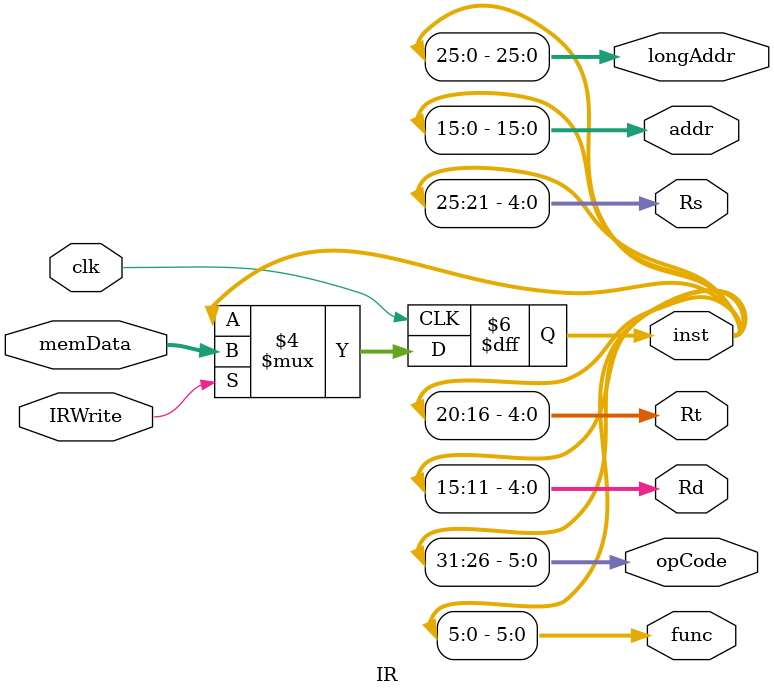
<source format=v>

module IR(memData, IRWrite, clk, inst, func, addr, longAddr, Rd, Rt, Rs, opCode);
    input [31:0] memData;
    input IRWrite, clk;
    output [31:0] inst;
    output [5:0] func, opCode;
    output [4:0] Rd, Rt, Rs;
    output [15:0] addr;
    output [25:0] longAddr;    
    reg [31:0] inst;
    
    always @ (posedge clk)
    begin
        if(IRWrite == 1'b1)
            inst = memData;
    end
    
    assign func = inst[5:0];
    assign addr = inst[15:0];
    assign longAddr = inst[25:0];
    assign Rd = inst[15:11];
    assign Rt = inst[20:16];
    assign Rs = inst[25:21];
    assign opCode = inst[31:26];
endmodule

</source>
